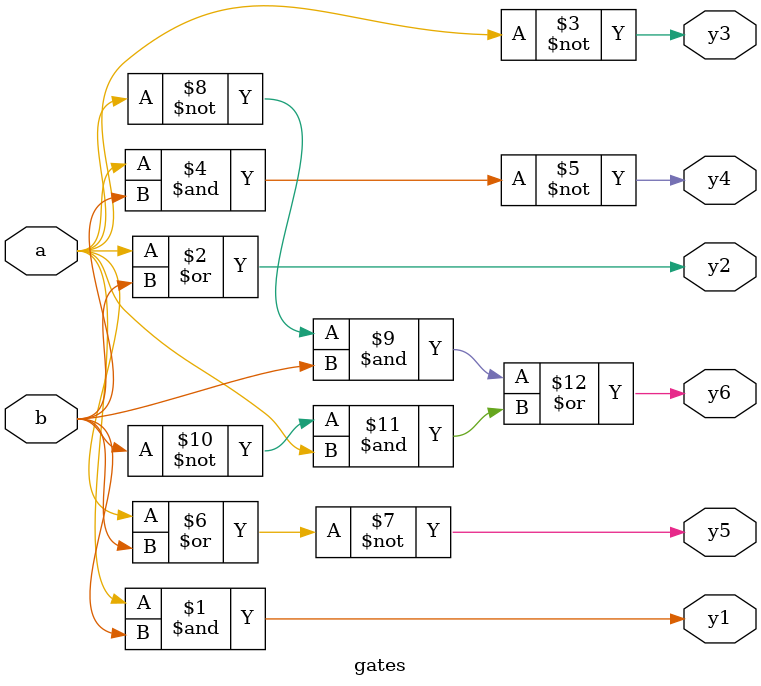
<source format=v>
module gates(input a, input b, 
    output y1, output y2, output y3,
    output y4, output y5, output y6);

    assign y1=a&b;
    assign y2=a|b;
    assign y3=~a;
    assign y4=~(a&b);
    assign y5=~(a|b);
    assign y6=(~a&b)|(~b&a);
    
endmodule

</source>
